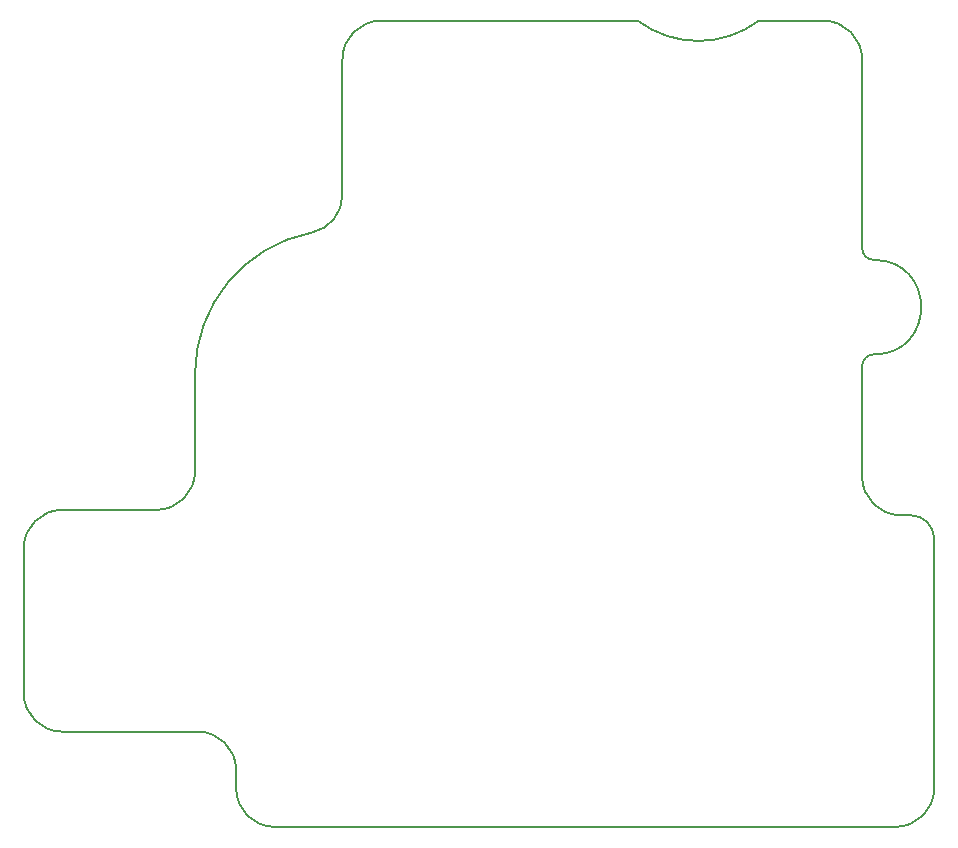
<source format=gbr>
%TF.GenerationSoftware,KiCad,Pcbnew,(6.99.0-874-g7b84e0a7d9-dirty)*%
%TF.CreationDate,2022-02-16T19:00:38-05:00*%
%TF.ProjectId,MotorcycleBatterIsolator,4d6f746f-7263-4796-936c-654261747465,rev?*%
%TF.SameCoordinates,Original*%
%TF.FileFunction,Profile,NP*%
%FSLAX46Y46*%
G04 Gerber Fmt 4.6, Leading zero omitted, Abs format (unit mm)*
G04 Created by KiCad (PCBNEW (6.99.0-874-g7b84e0a7d9-dirty)) date 2022-02-16 19:00:38*
%MOMM*%
%LPD*%
G01*
G04 APERTURE LIST*
%TA.AperFunction,Profile*%
%ADD10C,0.160000*%
%TD*%
G04 APERTURE END LIST*
D10*
X138000000Y-102750000D02*
X116250000Y-102750000D01*
X97268000Y-144160000D02*
X89268000Y-144160000D01*
X86018000Y-147410000D02*
X86018000Y-159690000D01*
X157000000Y-141360000D02*
G75*
G03*
X160250000Y-144610000I3250331J331D01*
G01*
X157000000Y-141360000D02*
X157000000Y-132000000D01*
X107250000Y-171000000D02*
X159850000Y-171000000D01*
X89268000Y-144160000D02*
G75*
G03*
X86018000Y-147410000I-1375J-3248625D01*
G01*
X158000000Y-131000000D02*
G75*
G03*
X158000000Y-123000000I0J4000000D01*
G01*
X163100000Y-167750000D02*
X163100000Y-166750000D01*
X97268000Y-144160000D02*
G75*
G03*
X100518000Y-140910000I-331J3250331D01*
G01*
X113000000Y-106000000D02*
X113000000Y-117500000D01*
X157000000Y-106000000D02*
G75*
G03*
X153750000Y-102750000I-3250331J-331D01*
G01*
X104000000Y-166190000D02*
X104000000Y-167750000D01*
X110373000Y-120690000D02*
G75*
G03*
X113000000Y-117500000I-623096J3189808D01*
G01*
X161100000Y-144610000D02*
X160250000Y-144610000D01*
X104000000Y-167750000D02*
G75*
G03*
X107250000Y-171000000I3250331J331D01*
G01*
X163100000Y-166750000D02*
X163100000Y-146610000D01*
X138000000Y-102750000D02*
G75*
G03*
X148250000Y-102750000I5125000J6835000D01*
G01*
X89268000Y-162940000D02*
X100750000Y-162940000D01*
X100518000Y-132657000D02*
X100518000Y-140910000D01*
X104000000Y-166190000D02*
G75*
G03*
X100750000Y-162940000I-3250331J-331D01*
G01*
X158000000Y-131000000D02*
G75*
G03*
X157000000Y-132000000I365J-1000365D01*
G01*
X153750000Y-102750000D02*
X148250000Y-102750000D01*
X110373000Y-120690000D02*
G75*
G03*
X100518000Y-132657000I2337160J-11966054D01*
G01*
X159850000Y-171000000D02*
G75*
G03*
X163100000Y-167750000I-331J3250331D01*
G01*
X163100000Y-146610000D02*
G75*
G03*
X161100000Y-144610000I-2000729J-729D01*
G01*
X157000000Y-122000000D02*
G75*
G03*
X158000000Y-123000000I1000365J365D01*
G01*
X86018000Y-159690000D02*
G75*
G03*
X89268000Y-162940000I3248625J-1375D01*
G01*
X116250000Y-102750000D02*
G75*
G03*
X113000000Y-106000000I331J-3250331D01*
G01*
X157000000Y-122000000D02*
X157000000Y-106000000D01*
M02*

</source>
